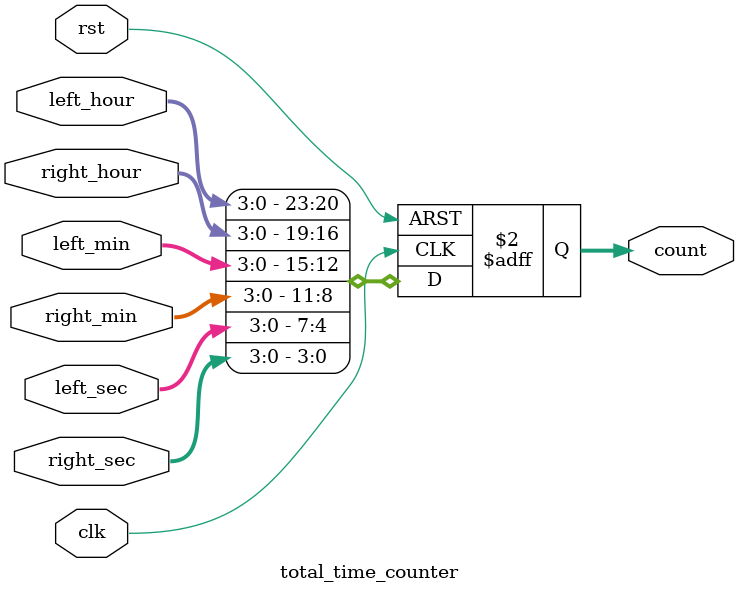
<source format=v>
`timescale 1ns / 1ps

//24 bit counter that recieves the values from counters for the seconds, minutes, and hours
//formats them in the order we want them to show up on our seven segment display

module total_time_counter(
    input clk,
    input rst,
    input [3:0] right_sec, //input coming from second counter
    input [3:0] left_sec, // input coming from second counter
    input [3:0] right_min, // input coming from minute counter
    input [3:0] left_min, // input coming from minute counter
    input [3:0] right_hour, // input coming from hour counter
    input [3:0] left_hour, // input coming from hour counter
    
    output reg [23:0]count // output that is determined by the values coming from the counters
    );
    
    always@(posedge clk, posedge rst) 
        if (rst)
            count <= 24'b0;
        else 
        count <= {left_hour , right_hour, left_min, // this copies the values of the inputs and formats the seconds, minutes, and hours in the order it would 
                  right_min, left_sec, right_sec};  // show on the seven segment display
                                                    // If the bits copied in were 0001 0011 0100 1000 0000 0011
endmodule                                           // then our clock would show  hours 13, minutes 48, seconds 03

</source>
